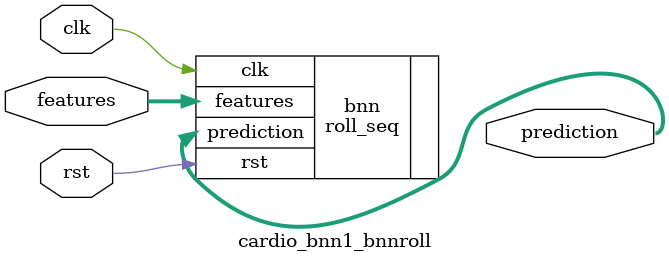
<source format=v>













module cardio_bnn1_bnnroll #(

parameter FEAT_CNT = 19,
parameter HIDDEN_CNT = 40,
parameter FEAT_BITS = 4,
parameter CLASS_CNT = 3,
parameter TEST_CNT = 1000


  ) (
  input clk,
  input rst,
  input [FEAT_CNT*FEAT_BITS-1:0] features,
  output [$clog2(CLASS_CNT)-1:0] prediction
  );

  localparam Weights0 = 760'b0000011011111100100011101010010000101011000001110111011001000001001000110000111101101000110100100011001000110001010010010100000010100011010111011011101110101010101110011100110100000011000000001011000010110101111110000101100111100000111010111101011100000011110111010000010010010110100011110010111010100010011000001100011000110011100010000001000111001010111001010110100000001000000110000111000100001010011111100000111010111000011011010101001110100100001011101110010000010010101000111101011000101100000000011011101000010000000110011110101001111111001000110000000101001000011000101001101010101011101101011010101100110010001111011001000101101100110001101001000010001110101101101101101110101100101111000110001001010100100101000101011100100101010100111101000110101011 ;
  localparam Weights1 = 120'b101010000001111100000011001000100011100111001011000110110011011101101001101001110100101100111001001101110110000110110011 ;

  roll_seq #(.FEAT_CNT(FEAT_CNT),.FEAT_BITS(FEAT_BITS),.HIDDEN_CNT(HIDDEN_CNT),.CLASS_CNT(CLASS_CNT),.Weights0(Weights0),.Weights1(Weights1)) bnn (
    .clk(clk),
    .rst(rst),
    .features(features),
    .prediction(prediction)
  );

endmodule

</source>
